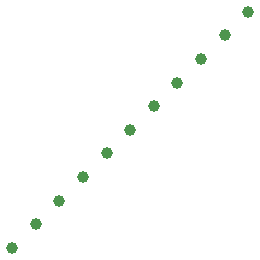
<source format=gbr>
G04 Examples for testing time performance of Gerber parsers*
%FSLAX26Y26*%
%MOMM*%
%ADD10C,1*%
%LPD*%
D10*
X0Y0D03*
X2000000Y2000000D03*
X4000000Y4000000D03*
X6000000Y6000000D03*
X8000000Y8000000D03*
X10000000Y10000000D03*
X12000000Y12000000D03*
X14000000Y14000000D03*
X16000000Y16000000D03*
X18000000Y18000000D03*
X20000000Y20000000D03*
M02*

</source>
